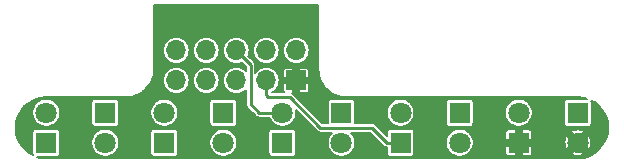
<source format=gbl>
G04 #@! TF.GenerationSoftware,KiCad,Pcbnew,(5.1.4)-1*
G04 #@! TF.CreationDate,2020-09-26T21:24:12-04:00*
G04 #@! TF.ProjectId,SOC Indicator Sub,534f4320-496e-4646-9963-61746f722053,rev?*
G04 #@! TF.SameCoordinates,Original*
G04 #@! TF.FileFunction,Copper,L2,Bot*
G04 #@! TF.FilePolarity,Positive*
%FSLAX46Y46*%
G04 Gerber Fmt 4.6, Leading zero omitted, Abs format (unit mm)*
G04 Created by KiCad (PCBNEW (5.1.4)-1) date 2020-09-26 21:24:12*
%MOMM*%
%LPD*%
G04 APERTURE LIST*
%ADD10C,1.800000*%
%ADD11R,1.800000X1.800000*%
%ADD12O,1.700000X1.700000*%
%ADD13R,1.700000X1.700000*%
%ADD14C,0.254000*%
%ADD15C,0.152400*%
G04 APERTURE END LIST*
D10*
X100000000Y-98730000D03*
D11*
X100000000Y-101270000D03*
D10*
X105000000Y-101270000D03*
D11*
X105000000Y-98730000D03*
D10*
X110000000Y-98730000D03*
D11*
X110000000Y-101270000D03*
D10*
X115000000Y-101270000D03*
D11*
X115000000Y-98730000D03*
D10*
X120000000Y-98730000D03*
D11*
X120000000Y-101270000D03*
D10*
X125000000Y-101270000D03*
D11*
X125000000Y-98730000D03*
D10*
X130000000Y-98730000D03*
D11*
X130000000Y-101270000D03*
D10*
X135000000Y-101270000D03*
D11*
X135000000Y-98730000D03*
D10*
X140000000Y-98730000D03*
D11*
X140000000Y-101270000D03*
D10*
X145000000Y-101270000D03*
D11*
X145000000Y-98730000D03*
D12*
X111000000Y-93460000D03*
X111000000Y-96000000D03*
X113540000Y-93460000D03*
X113540000Y-96000000D03*
X116080000Y-93460000D03*
X116080000Y-96000000D03*
X118620000Y-93460000D03*
X118620000Y-96000000D03*
X121160000Y-93460000D03*
D13*
X121160000Y-96000000D03*
D14*
X118620000Y-97202081D02*
X118620000Y-96000000D01*
X130000000Y-101270000D02*
X128846000Y-101270000D01*
X128846000Y-101270000D02*
X127576000Y-100000000D01*
X127576000Y-100000000D02*
X123200000Y-100000000D01*
X123200000Y-100000000D02*
X120600000Y-97400000D01*
X120600000Y-97400000D02*
X118817919Y-97400000D01*
X118817919Y-97400000D02*
X118620000Y-97202081D01*
X117300000Y-94680000D02*
X116080000Y-93460000D01*
X117300000Y-98000000D02*
X117300000Y-94680000D01*
X120000000Y-98730000D02*
X118030000Y-98730000D01*
X118030000Y-98730000D02*
X117300000Y-98000000D01*
D15*
G36*
X122945321Y-89572614D02*
G01*
X122960062Y-89577065D01*
X122973653Y-89584291D01*
X122985587Y-89594024D01*
X122995400Y-89605886D01*
X123002724Y-89619431D01*
X123007277Y-89634138D01*
X123010899Y-89668601D01*
X123010898Y-95020580D01*
X123012759Y-95039474D01*
X123012672Y-95051948D01*
X123013243Y-95057772D01*
X123054044Y-95445965D01*
X123061672Y-95483127D01*
X123068799Y-95520486D01*
X123070491Y-95526088D01*
X123185915Y-95898963D01*
X123200619Y-95933941D01*
X123214864Y-95969199D01*
X123217611Y-95974366D01*
X123403262Y-96317721D01*
X123424499Y-96349206D01*
X123445303Y-96380997D01*
X123449001Y-96385532D01*
X123697808Y-96686287D01*
X123724752Y-96713044D01*
X123751337Y-96740191D01*
X123755846Y-96743921D01*
X124058331Y-96990622D01*
X124089936Y-97011620D01*
X124121311Y-97033103D01*
X124126459Y-97035886D01*
X124471101Y-97219136D01*
X124506193Y-97233600D01*
X124541134Y-97248575D01*
X124546724Y-97250306D01*
X124920396Y-97363124D01*
X124957680Y-97370506D01*
X124994812Y-97378399D01*
X125000632Y-97379011D01*
X125389101Y-97417101D01*
X125389112Y-97417101D01*
X125409418Y-97419101D01*
X144979508Y-97419101D01*
X145500909Y-97470224D01*
X145762649Y-97549249D01*
X144100000Y-97549249D01*
X144045228Y-97554644D01*
X143992561Y-97570620D01*
X143944023Y-97596564D01*
X143901479Y-97631479D01*
X143866564Y-97674023D01*
X143840620Y-97722561D01*
X143824644Y-97775228D01*
X143819249Y-97830000D01*
X143819249Y-99630000D01*
X143824644Y-99684772D01*
X143840620Y-99737439D01*
X143866564Y-99785977D01*
X143901479Y-99828521D01*
X143944023Y-99863436D01*
X143992561Y-99889380D01*
X144045228Y-99905356D01*
X144100000Y-99910751D01*
X145900000Y-99910751D01*
X145954772Y-99905356D01*
X146007439Y-99889380D01*
X146055977Y-99863436D01*
X146098521Y-99828521D01*
X146133436Y-99785977D01*
X146159380Y-99737439D01*
X146175356Y-99684772D01*
X146180751Y-99630000D01*
X146180751Y-97830000D01*
X146175356Y-97775228D01*
X146159380Y-97722561D01*
X146149717Y-97704483D01*
X146427137Y-97851990D01*
X146817169Y-98170091D01*
X147137994Y-98557902D01*
X147377381Y-99000638D01*
X147526216Y-99481442D01*
X147578826Y-99981995D01*
X147533209Y-100483235D01*
X147391103Y-100966068D01*
X147157920Y-101412107D01*
X146842545Y-101804355D01*
X146456987Y-102127876D01*
X146015931Y-102370350D01*
X145536181Y-102522535D01*
X145017001Y-102580771D01*
X144998511Y-102580900D01*
X100020509Y-102580900D01*
X99499092Y-102529775D01*
X99237352Y-102450751D01*
X100900000Y-102450751D01*
X100954772Y-102445356D01*
X101007439Y-102429380D01*
X101055977Y-102403436D01*
X101098521Y-102368521D01*
X101133436Y-102325977D01*
X101159380Y-102277439D01*
X101175356Y-102224772D01*
X101180751Y-102170000D01*
X101180751Y-101153839D01*
X103820600Y-101153839D01*
X103820600Y-101386161D01*
X103865923Y-101614018D01*
X103954829Y-101828656D01*
X104083900Y-102021824D01*
X104248176Y-102186100D01*
X104441344Y-102315171D01*
X104655982Y-102404077D01*
X104883839Y-102449400D01*
X105116161Y-102449400D01*
X105344018Y-102404077D01*
X105558656Y-102315171D01*
X105751824Y-102186100D01*
X105916100Y-102021824D01*
X106045171Y-101828656D01*
X106134077Y-101614018D01*
X106179400Y-101386161D01*
X106179400Y-101153839D01*
X106134077Y-100925982D01*
X106045171Y-100711344D01*
X105916100Y-100518176D01*
X105767924Y-100370000D01*
X108819249Y-100370000D01*
X108819249Y-102170000D01*
X108824644Y-102224772D01*
X108840620Y-102277439D01*
X108866564Y-102325977D01*
X108901479Y-102368521D01*
X108944023Y-102403436D01*
X108992561Y-102429380D01*
X109045228Y-102445356D01*
X109100000Y-102450751D01*
X110900000Y-102450751D01*
X110954772Y-102445356D01*
X111007439Y-102429380D01*
X111055977Y-102403436D01*
X111098521Y-102368521D01*
X111133436Y-102325977D01*
X111159380Y-102277439D01*
X111175356Y-102224772D01*
X111180751Y-102170000D01*
X111180751Y-101153839D01*
X113820600Y-101153839D01*
X113820600Y-101386161D01*
X113865923Y-101614018D01*
X113954829Y-101828656D01*
X114083900Y-102021824D01*
X114248176Y-102186100D01*
X114441344Y-102315171D01*
X114655982Y-102404077D01*
X114883839Y-102449400D01*
X115116161Y-102449400D01*
X115344018Y-102404077D01*
X115558656Y-102315171D01*
X115751824Y-102186100D01*
X115916100Y-102021824D01*
X116045171Y-101828656D01*
X116134077Y-101614018D01*
X116179400Y-101386161D01*
X116179400Y-101153839D01*
X116134077Y-100925982D01*
X116045171Y-100711344D01*
X115916100Y-100518176D01*
X115767924Y-100370000D01*
X118819249Y-100370000D01*
X118819249Y-102170000D01*
X118824644Y-102224772D01*
X118840620Y-102277439D01*
X118866564Y-102325977D01*
X118901479Y-102368521D01*
X118944023Y-102403436D01*
X118992561Y-102429380D01*
X119045228Y-102445356D01*
X119100000Y-102450751D01*
X120900000Y-102450751D01*
X120954772Y-102445356D01*
X121007439Y-102429380D01*
X121055977Y-102403436D01*
X121098521Y-102368521D01*
X121133436Y-102325977D01*
X121159380Y-102277439D01*
X121175356Y-102224772D01*
X121180751Y-102170000D01*
X121180751Y-100370000D01*
X121175356Y-100315228D01*
X121159380Y-100262561D01*
X121133436Y-100214023D01*
X121098521Y-100171479D01*
X121055977Y-100136564D01*
X121007439Y-100110620D01*
X120954772Y-100094644D01*
X120900000Y-100089249D01*
X119100000Y-100089249D01*
X119045228Y-100094644D01*
X118992561Y-100110620D01*
X118944023Y-100136564D01*
X118901479Y-100171479D01*
X118866564Y-100214023D01*
X118840620Y-100262561D01*
X118824644Y-100315228D01*
X118819249Y-100370000D01*
X115767924Y-100370000D01*
X115751824Y-100353900D01*
X115558656Y-100224829D01*
X115344018Y-100135923D01*
X115116161Y-100090600D01*
X114883839Y-100090600D01*
X114655982Y-100135923D01*
X114441344Y-100224829D01*
X114248176Y-100353900D01*
X114083900Y-100518176D01*
X113954829Y-100711344D01*
X113865923Y-100925982D01*
X113820600Y-101153839D01*
X111180751Y-101153839D01*
X111180751Y-100370000D01*
X111175356Y-100315228D01*
X111159380Y-100262561D01*
X111133436Y-100214023D01*
X111098521Y-100171479D01*
X111055977Y-100136564D01*
X111007439Y-100110620D01*
X110954772Y-100094644D01*
X110900000Y-100089249D01*
X109100000Y-100089249D01*
X109045228Y-100094644D01*
X108992561Y-100110620D01*
X108944023Y-100136564D01*
X108901479Y-100171479D01*
X108866564Y-100214023D01*
X108840620Y-100262561D01*
X108824644Y-100315228D01*
X108819249Y-100370000D01*
X105767924Y-100370000D01*
X105751824Y-100353900D01*
X105558656Y-100224829D01*
X105344018Y-100135923D01*
X105116161Y-100090600D01*
X104883839Y-100090600D01*
X104655982Y-100135923D01*
X104441344Y-100224829D01*
X104248176Y-100353900D01*
X104083900Y-100518176D01*
X103954829Y-100711344D01*
X103865923Y-100925982D01*
X103820600Y-101153839D01*
X101180751Y-101153839D01*
X101180751Y-100370000D01*
X101175356Y-100315228D01*
X101159380Y-100262561D01*
X101133436Y-100214023D01*
X101098521Y-100171479D01*
X101055977Y-100136564D01*
X101007439Y-100110620D01*
X100954772Y-100094644D01*
X100900000Y-100089249D01*
X99100000Y-100089249D01*
X99045228Y-100094644D01*
X98992561Y-100110620D01*
X98944023Y-100136564D01*
X98901479Y-100171479D01*
X98866564Y-100214023D01*
X98840620Y-100262561D01*
X98824644Y-100315228D01*
X98819249Y-100370000D01*
X98819249Y-102170000D01*
X98824644Y-102224772D01*
X98840620Y-102277439D01*
X98850283Y-102295518D01*
X98572864Y-102148011D01*
X98182828Y-101829906D01*
X97862005Y-101442097D01*
X97622617Y-100999359D01*
X97473783Y-100518558D01*
X97421173Y-100018005D01*
X97466790Y-99516763D01*
X97608896Y-99033930D01*
X97828514Y-98613839D01*
X98820600Y-98613839D01*
X98820600Y-98846161D01*
X98865923Y-99074018D01*
X98954829Y-99288656D01*
X99083900Y-99481824D01*
X99248176Y-99646100D01*
X99441344Y-99775171D01*
X99655982Y-99864077D01*
X99883839Y-99909400D01*
X100116161Y-99909400D01*
X100344018Y-99864077D01*
X100558656Y-99775171D01*
X100751824Y-99646100D01*
X100916100Y-99481824D01*
X101045171Y-99288656D01*
X101134077Y-99074018D01*
X101179400Y-98846161D01*
X101179400Y-98613839D01*
X101134077Y-98385982D01*
X101045171Y-98171344D01*
X100916100Y-97978176D01*
X100767924Y-97830000D01*
X103819249Y-97830000D01*
X103819249Y-99630000D01*
X103824644Y-99684772D01*
X103840620Y-99737439D01*
X103866564Y-99785977D01*
X103901479Y-99828521D01*
X103944023Y-99863436D01*
X103992561Y-99889380D01*
X104045228Y-99905356D01*
X104100000Y-99910751D01*
X105900000Y-99910751D01*
X105954772Y-99905356D01*
X106007439Y-99889380D01*
X106055977Y-99863436D01*
X106098521Y-99828521D01*
X106133436Y-99785977D01*
X106159380Y-99737439D01*
X106175356Y-99684772D01*
X106180751Y-99630000D01*
X106180751Y-98613839D01*
X108820600Y-98613839D01*
X108820600Y-98846161D01*
X108865923Y-99074018D01*
X108954829Y-99288656D01*
X109083900Y-99481824D01*
X109248176Y-99646100D01*
X109441344Y-99775171D01*
X109655982Y-99864077D01*
X109883839Y-99909400D01*
X110116161Y-99909400D01*
X110344018Y-99864077D01*
X110558656Y-99775171D01*
X110751824Y-99646100D01*
X110916100Y-99481824D01*
X111045171Y-99288656D01*
X111134077Y-99074018D01*
X111179400Y-98846161D01*
X111179400Y-98613839D01*
X111134077Y-98385982D01*
X111045171Y-98171344D01*
X110916100Y-97978176D01*
X110767924Y-97830000D01*
X113819249Y-97830000D01*
X113819249Y-99630000D01*
X113824644Y-99684772D01*
X113840620Y-99737439D01*
X113866564Y-99785977D01*
X113901479Y-99828521D01*
X113944023Y-99863436D01*
X113992561Y-99889380D01*
X114045228Y-99905356D01*
X114100000Y-99910751D01*
X115900000Y-99910751D01*
X115954772Y-99905356D01*
X116007439Y-99889380D01*
X116055977Y-99863436D01*
X116098521Y-99828521D01*
X116133436Y-99785977D01*
X116159380Y-99737439D01*
X116175356Y-99684772D01*
X116180751Y-99630000D01*
X116180751Y-97830000D01*
X116175356Y-97775228D01*
X116159380Y-97722561D01*
X116133436Y-97674023D01*
X116098521Y-97631479D01*
X116055977Y-97596564D01*
X116007439Y-97570620D01*
X115954772Y-97554644D01*
X115900000Y-97549249D01*
X114100000Y-97549249D01*
X114045228Y-97554644D01*
X113992561Y-97570620D01*
X113944023Y-97596564D01*
X113901479Y-97631479D01*
X113866564Y-97674023D01*
X113840620Y-97722561D01*
X113824644Y-97775228D01*
X113819249Y-97830000D01*
X110767924Y-97830000D01*
X110751824Y-97813900D01*
X110558656Y-97684829D01*
X110344018Y-97595923D01*
X110116161Y-97550600D01*
X109883839Y-97550600D01*
X109655982Y-97595923D01*
X109441344Y-97684829D01*
X109248176Y-97813900D01*
X109083900Y-97978176D01*
X108954829Y-98171344D01*
X108865923Y-98385982D01*
X108820600Y-98613839D01*
X106180751Y-98613839D01*
X106180751Y-97830000D01*
X106175356Y-97775228D01*
X106159380Y-97722561D01*
X106133436Y-97674023D01*
X106098521Y-97631479D01*
X106055977Y-97596564D01*
X106007439Y-97570620D01*
X105954772Y-97554644D01*
X105900000Y-97549249D01*
X104100000Y-97549249D01*
X104045228Y-97554644D01*
X103992561Y-97570620D01*
X103944023Y-97596564D01*
X103901479Y-97631479D01*
X103866564Y-97674023D01*
X103840620Y-97722561D01*
X103824644Y-97775228D01*
X103819249Y-97830000D01*
X100767924Y-97830000D01*
X100751824Y-97813900D01*
X100558656Y-97684829D01*
X100344018Y-97595923D01*
X100116161Y-97550600D01*
X99883839Y-97550600D01*
X99655982Y-97595923D01*
X99441344Y-97684829D01*
X99248176Y-97813900D01*
X99083900Y-97978176D01*
X98954829Y-98171344D01*
X98865923Y-98385982D01*
X98820600Y-98613839D01*
X97828514Y-98613839D01*
X97842077Y-98587896D01*
X98157454Y-98195645D01*
X98543011Y-97872125D01*
X98984068Y-97629651D01*
X99463818Y-97477465D01*
X99982997Y-97419230D01*
X100001487Y-97419101D01*
X106750579Y-97419101D01*
X106769473Y-97417240D01*
X106781946Y-97417327D01*
X106787770Y-97416756D01*
X107175963Y-97375955D01*
X107213125Y-97368327D01*
X107250484Y-97361200D01*
X107256084Y-97359509D01*
X107256090Y-97359507D01*
X107628961Y-97244084D01*
X107663939Y-97229380D01*
X107699197Y-97215135D01*
X107704364Y-97212388D01*
X108047719Y-97026737D01*
X108079204Y-97005500D01*
X108110995Y-96984696D01*
X108115530Y-96980998D01*
X108416285Y-96732191D01*
X108443042Y-96705247D01*
X108470189Y-96678662D01*
X108473919Y-96674153D01*
X108720620Y-96371668D01*
X108741618Y-96340063D01*
X108763101Y-96308688D01*
X108765884Y-96303540D01*
X108927279Y-96000000D01*
X109865136Y-96000000D01*
X109886942Y-96221401D01*
X109951522Y-96434294D01*
X110056395Y-96630497D01*
X110197530Y-96802470D01*
X110369503Y-96943605D01*
X110565706Y-97048478D01*
X110778599Y-97113058D01*
X110944523Y-97129400D01*
X111055477Y-97129400D01*
X111221401Y-97113058D01*
X111434294Y-97048478D01*
X111630497Y-96943605D01*
X111802470Y-96802470D01*
X111943605Y-96630497D01*
X112048478Y-96434294D01*
X112113058Y-96221401D01*
X112134864Y-96000000D01*
X112405136Y-96000000D01*
X112426942Y-96221401D01*
X112491522Y-96434294D01*
X112596395Y-96630497D01*
X112737530Y-96802470D01*
X112909503Y-96943605D01*
X113105706Y-97048478D01*
X113318599Y-97113058D01*
X113484523Y-97129400D01*
X113595477Y-97129400D01*
X113761401Y-97113058D01*
X113974294Y-97048478D01*
X114170497Y-96943605D01*
X114342470Y-96802470D01*
X114483605Y-96630497D01*
X114588478Y-96434294D01*
X114653058Y-96221401D01*
X114674864Y-96000000D01*
X114653058Y-95778599D01*
X114588478Y-95565706D01*
X114483605Y-95369503D01*
X114342470Y-95197530D01*
X114170497Y-95056395D01*
X113974294Y-94951522D01*
X113761401Y-94886942D01*
X113595477Y-94870600D01*
X113484523Y-94870600D01*
X113318599Y-94886942D01*
X113105706Y-94951522D01*
X112909503Y-95056395D01*
X112737530Y-95197530D01*
X112596395Y-95369503D01*
X112491522Y-95565706D01*
X112426942Y-95778599D01*
X112405136Y-96000000D01*
X112134864Y-96000000D01*
X112113058Y-95778599D01*
X112048478Y-95565706D01*
X111943605Y-95369503D01*
X111802470Y-95197530D01*
X111630497Y-95056395D01*
X111434294Y-94951522D01*
X111221401Y-94886942D01*
X111055477Y-94870600D01*
X110944523Y-94870600D01*
X110778599Y-94886942D01*
X110565706Y-94951522D01*
X110369503Y-95056395D01*
X110197530Y-95197530D01*
X110056395Y-95369503D01*
X109951522Y-95565706D01*
X109886942Y-95778599D01*
X109865136Y-96000000D01*
X108927279Y-96000000D01*
X108949134Y-95958898D01*
X108963598Y-95923806D01*
X108978573Y-95888865D01*
X108980304Y-95883275D01*
X109093122Y-95509603D01*
X109100504Y-95472319D01*
X109108397Y-95435187D01*
X109109009Y-95429367D01*
X109147099Y-95040898D01*
X109147099Y-95040887D01*
X109149099Y-95020581D01*
X109149099Y-93460000D01*
X109865136Y-93460000D01*
X109886942Y-93681401D01*
X109951522Y-93894294D01*
X110056395Y-94090497D01*
X110197530Y-94262470D01*
X110369503Y-94403605D01*
X110565706Y-94508478D01*
X110778599Y-94573058D01*
X110944523Y-94589400D01*
X111055477Y-94589400D01*
X111221401Y-94573058D01*
X111434294Y-94508478D01*
X111630497Y-94403605D01*
X111802470Y-94262470D01*
X111943605Y-94090497D01*
X112048478Y-93894294D01*
X112113058Y-93681401D01*
X112134864Y-93460000D01*
X112405136Y-93460000D01*
X112426942Y-93681401D01*
X112491522Y-93894294D01*
X112596395Y-94090497D01*
X112737530Y-94262470D01*
X112909503Y-94403605D01*
X113105706Y-94508478D01*
X113318599Y-94573058D01*
X113484523Y-94589400D01*
X113595477Y-94589400D01*
X113761401Y-94573058D01*
X113974294Y-94508478D01*
X114170497Y-94403605D01*
X114342470Y-94262470D01*
X114483605Y-94090497D01*
X114588478Y-93894294D01*
X114653058Y-93681401D01*
X114674864Y-93460000D01*
X114945136Y-93460000D01*
X114966942Y-93681401D01*
X115031522Y-93894294D01*
X115136395Y-94090497D01*
X115277530Y-94262470D01*
X115449503Y-94403605D01*
X115645706Y-94508478D01*
X115858599Y-94573058D01*
X116024523Y-94589400D01*
X116135477Y-94589400D01*
X116301401Y-94573058D01*
X116514294Y-94508478D01*
X116540001Y-94494737D01*
X116893601Y-94848338D01*
X116893601Y-95211093D01*
X116882470Y-95197530D01*
X116710497Y-95056395D01*
X116514294Y-94951522D01*
X116301401Y-94886942D01*
X116135477Y-94870600D01*
X116024523Y-94870600D01*
X115858599Y-94886942D01*
X115645706Y-94951522D01*
X115449503Y-95056395D01*
X115277530Y-95197530D01*
X115136395Y-95369503D01*
X115031522Y-95565706D01*
X114966942Y-95778599D01*
X114945136Y-96000000D01*
X114966942Y-96221401D01*
X115031522Y-96434294D01*
X115136395Y-96630497D01*
X115277530Y-96802470D01*
X115449503Y-96943605D01*
X115645706Y-97048478D01*
X115858599Y-97113058D01*
X116024523Y-97129400D01*
X116135477Y-97129400D01*
X116301401Y-97113058D01*
X116514294Y-97048478D01*
X116710497Y-96943605D01*
X116882470Y-96802470D01*
X116893600Y-96788908D01*
X116893600Y-97980047D01*
X116891635Y-98000000D01*
X116893600Y-98019953D01*
X116893600Y-98019959D01*
X116899481Y-98079667D01*
X116922719Y-98156274D01*
X116960456Y-98226875D01*
X116991848Y-98265127D01*
X116996714Y-98271055D01*
X117011242Y-98288758D01*
X117026746Y-98301482D01*
X117728522Y-99003259D01*
X117741242Y-99018758D01*
X117756740Y-99031477D01*
X117756745Y-99031482D01*
X117777746Y-99048717D01*
X117803124Y-99069544D01*
X117868704Y-99104597D01*
X117873725Y-99107281D01*
X117950331Y-99130519D01*
X117957604Y-99131235D01*
X118010040Y-99136400D01*
X118010047Y-99136400D01*
X118030000Y-99138365D01*
X118049953Y-99136400D01*
X118891762Y-99136400D01*
X118954829Y-99288656D01*
X119083900Y-99481824D01*
X119248176Y-99646100D01*
X119441344Y-99775171D01*
X119655982Y-99864077D01*
X119883839Y-99909400D01*
X120116161Y-99909400D01*
X120344018Y-99864077D01*
X120558656Y-99775171D01*
X120751824Y-99646100D01*
X120916100Y-99481824D01*
X121045171Y-99288656D01*
X121134077Y-99074018D01*
X121179400Y-98846161D01*
X121179400Y-98613839D01*
X121164576Y-98539312D01*
X122898518Y-100273254D01*
X122911242Y-100288758D01*
X122973124Y-100339544D01*
X123043725Y-100377281D01*
X123097093Y-100393470D01*
X123120331Y-100400519D01*
X123128335Y-100401307D01*
X123180040Y-100406400D01*
X123180046Y-100406400D01*
X123199999Y-100408365D01*
X123219952Y-100406400D01*
X124195676Y-100406400D01*
X124083900Y-100518176D01*
X123954829Y-100711344D01*
X123865923Y-100925982D01*
X123820600Y-101153839D01*
X123820600Y-101386161D01*
X123865923Y-101614018D01*
X123954829Y-101828656D01*
X124083900Y-102021824D01*
X124248176Y-102186100D01*
X124441344Y-102315171D01*
X124655982Y-102404077D01*
X124883839Y-102449400D01*
X125116161Y-102449400D01*
X125344018Y-102404077D01*
X125558656Y-102315171D01*
X125751824Y-102186100D01*
X125916100Y-102021824D01*
X126045171Y-101828656D01*
X126134077Y-101614018D01*
X126179400Y-101386161D01*
X126179400Y-101153839D01*
X126134077Y-100925982D01*
X126045171Y-100711344D01*
X125916100Y-100518176D01*
X125804324Y-100406400D01*
X127407664Y-100406400D01*
X128544518Y-101543254D01*
X128557242Y-101558758D01*
X128619124Y-101609544D01*
X128689725Y-101647281D01*
X128748502Y-101665110D01*
X128766331Y-101670519D01*
X128774335Y-101671307D01*
X128819249Y-101675731D01*
X128819249Y-102170000D01*
X128824644Y-102224772D01*
X128840620Y-102277439D01*
X128866564Y-102325977D01*
X128901479Y-102368521D01*
X128944023Y-102403436D01*
X128992561Y-102429380D01*
X129045228Y-102445356D01*
X129100000Y-102450751D01*
X130900000Y-102450751D01*
X130954772Y-102445356D01*
X131007439Y-102429380D01*
X131055977Y-102403436D01*
X131098521Y-102368521D01*
X131133436Y-102325977D01*
X131159380Y-102277439D01*
X131175356Y-102224772D01*
X131180751Y-102170000D01*
X131180751Y-101153839D01*
X133820600Y-101153839D01*
X133820600Y-101386161D01*
X133865923Y-101614018D01*
X133954829Y-101828656D01*
X134083900Y-102021824D01*
X134248176Y-102186100D01*
X134441344Y-102315171D01*
X134655982Y-102404077D01*
X134883839Y-102449400D01*
X135116161Y-102449400D01*
X135344018Y-102404077D01*
X135558656Y-102315171D01*
X135751824Y-102186100D01*
X135767924Y-102170000D01*
X138870294Y-102170000D01*
X138874708Y-102214813D01*
X138887779Y-102257905D01*
X138909006Y-102297618D01*
X138937573Y-102332427D01*
X138972382Y-102360994D01*
X139012095Y-102382221D01*
X139055187Y-102395292D01*
X139100000Y-102399706D01*
X139701550Y-102398600D01*
X139758700Y-102341450D01*
X139758700Y-101511300D01*
X140241300Y-101511300D01*
X140241300Y-102341450D01*
X140298450Y-102398600D01*
X140900000Y-102399706D01*
X140944813Y-102395292D01*
X140987905Y-102382221D01*
X141027618Y-102360994D01*
X141062427Y-102332427D01*
X141090994Y-102297618D01*
X141112221Y-102257905D01*
X141125292Y-102214813D01*
X141128449Y-102182754D01*
X144428496Y-102182754D01*
X144543896Y-102308298D01*
X144755222Y-102377329D01*
X144975953Y-102403805D01*
X145197609Y-102386711D01*
X145411672Y-102326702D01*
X145456104Y-102308298D01*
X145571504Y-102182754D01*
X145000000Y-101611250D01*
X144428496Y-102182754D01*
X141128449Y-102182754D01*
X141129706Y-102170000D01*
X141128600Y-101568450D01*
X141071450Y-101511300D01*
X140241300Y-101511300D01*
X139758700Y-101511300D01*
X138928550Y-101511300D01*
X138871400Y-101568450D01*
X138870294Y-102170000D01*
X135767924Y-102170000D01*
X135916100Y-102021824D01*
X136045171Y-101828656D01*
X136134077Y-101614018D01*
X136179400Y-101386161D01*
X136179400Y-101245953D01*
X143866195Y-101245953D01*
X143883289Y-101467609D01*
X143943298Y-101681672D01*
X143961702Y-101726104D01*
X144087246Y-101841504D01*
X144658750Y-101270000D01*
X145341250Y-101270000D01*
X145912754Y-101841504D01*
X146038298Y-101726104D01*
X146107329Y-101514778D01*
X146133805Y-101294047D01*
X146116711Y-101072391D01*
X146056702Y-100858328D01*
X146038298Y-100813896D01*
X145912754Y-100698496D01*
X145341250Y-101270000D01*
X144658750Y-101270000D01*
X144087246Y-100698496D01*
X143961702Y-100813896D01*
X143892671Y-101025222D01*
X143866195Y-101245953D01*
X136179400Y-101245953D01*
X136179400Y-101153839D01*
X136134077Y-100925982D01*
X136045171Y-100711344D01*
X135916100Y-100518176D01*
X135767924Y-100370000D01*
X138870294Y-100370000D01*
X138871400Y-100971550D01*
X138928550Y-101028700D01*
X139758700Y-101028700D01*
X139758700Y-100198550D01*
X140241300Y-100198550D01*
X140241300Y-101028700D01*
X141071450Y-101028700D01*
X141128600Y-100971550D01*
X141129706Y-100370000D01*
X141128450Y-100357246D01*
X144428496Y-100357246D01*
X145000000Y-100928750D01*
X145571504Y-100357246D01*
X145456104Y-100231702D01*
X145244778Y-100162671D01*
X145024047Y-100136195D01*
X144802391Y-100153289D01*
X144588328Y-100213298D01*
X144543896Y-100231702D01*
X144428496Y-100357246D01*
X141128450Y-100357246D01*
X141125292Y-100325187D01*
X141112221Y-100282095D01*
X141090994Y-100242382D01*
X141062427Y-100207573D01*
X141027618Y-100179006D01*
X140987905Y-100157779D01*
X140944813Y-100144708D01*
X140900000Y-100140294D01*
X140298450Y-100141400D01*
X140241300Y-100198550D01*
X139758700Y-100198550D01*
X139701550Y-100141400D01*
X139100000Y-100140294D01*
X139055187Y-100144708D01*
X139012095Y-100157779D01*
X138972382Y-100179006D01*
X138937573Y-100207573D01*
X138909006Y-100242382D01*
X138887779Y-100282095D01*
X138874708Y-100325187D01*
X138870294Y-100370000D01*
X135767924Y-100370000D01*
X135751824Y-100353900D01*
X135558656Y-100224829D01*
X135344018Y-100135923D01*
X135116161Y-100090600D01*
X134883839Y-100090600D01*
X134655982Y-100135923D01*
X134441344Y-100224829D01*
X134248176Y-100353900D01*
X134083900Y-100518176D01*
X133954829Y-100711344D01*
X133865923Y-100925982D01*
X133820600Y-101153839D01*
X131180751Y-101153839D01*
X131180751Y-100370000D01*
X131175356Y-100315228D01*
X131159380Y-100262561D01*
X131133436Y-100214023D01*
X131098521Y-100171479D01*
X131055977Y-100136564D01*
X131007439Y-100110620D01*
X130954772Y-100094644D01*
X130900000Y-100089249D01*
X129100000Y-100089249D01*
X129045228Y-100094644D01*
X128992561Y-100110620D01*
X128944023Y-100136564D01*
X128901479Y-100171479D01*
X128866564Y-100214023D01*
X128840620Y-100262561D01*
X128824644Y-100315228D01*
X128819249Y-100370000D01*
X128819249Y-100668513D01*
X127877481Y-99726745D01*
X127864758Y-99711242D01*
X127802876Y-99660456D01*
X127732275Y-99622719D01*
X127655668Y-99599481D01*
X127595960Y-99593600D01*
X127595953Y-99593600D01*
X127576000Y-99591635D01*
X127556047Y-99593600D01*
X126180751Y-99593600D01*
X126180751Y-98613839D01*
X128820600Y-98613839D01*
X128820600Y-98846161D01*
X128865923Y-99074018D01*
X128954829Y-99288656D01*
X129083900Y-99481824D01*
X129248176Y-99646100D01*
X129441344Y-99775171D01*
X129655982Y-99864077D01*
X129883839Y-99909400D01*
X130116161Y-99909400D01*
X130344018Y-99864077D01*
X130558656Y-99775171D01*
X130751824Y-99646100D01*
X130916100Y-99481824D01*
X131045171Y-99288656D01*
X131134077Y-99074018D01*
X131179400Y-98846161D01*
X131179400Y-98613839D01*
X131134077Y-98385982D01*
X131045171Y-98171344D01*
X130916100Y-97978176D01*
X130767924Y-97830000D01*
X133819249Y-97830000D01*
X133819249Y-99630000D01*
X133824644Y-99684772D01*
X133840620Y-99737439D01*
X133866564Y-99785977D01*
X133901479Y-99828521D01*
X133944023Y-99863436D01*
X133992561Y-99889380D01*
X134045228Y-99905356D01*
X134100000Y-99910751D01*
X135900000Y-99910751D01*
X135954772Y-99905356D01*
X136007439Y-99889380D01*
X136055977Y-99863436D01*
X136098521Y-99828521D01*
X136133436Y-99785977D01*
X136159380Y-99737439D01*
X136175356Y-99684772D01*
X136180751Y-99630000D01*
X136180751Y-98613839D01*
X138820600Y-98613839D01*
X138820600Y-98846161D01*
X138865923Y-99074018D01*
X138954829Y-99288656D01*
X139083900Y-99481824D01*
X139248176Y-99646100D01*
X139441344Y-99775171D01*
X139655982Y-99864077D01*
X139883839Y-99909400D01*
X140116161Y-99909400D01*
X140344018Y-99864077D01*
X140558656Y-99775171D01*
X140751824Y-99646100D01*
X140916100Y-99481824D01*
X141045171Y-99288656D01*
X141134077Y-99074018D01*
X141179400Y-98846161D01*
X141179400Y-98613839D01*
X141134077Y-98385982D01*
X141045171Y-98171344D01*
X140916100Y-97978176D01*
X140751824Y-97813900D01*
X140558656Y-97684829D01*
X140344018Y-97595923D01*
X140116161Y-97550600D01*
X139883839Y-97550600D01*
X139655982Y-97595923D01*
X139441344Y-97684829D01*
X139248176Y-97813900D01*
X139083900Y-97978176D01*
X138954829Y-98171344D01*
X138865923Y-98385982D01*
X138820600Y-98613839D01*
X136180751Y-98613839D01*
X136180751Y-97830000D01*
X136175356Y-97775228D01*
X136159380Y-97722561D01*
X136133436Y-97674023D01*
X136098521Y-97631479D01*
X136055977Y-97596564D01*
X136007439Y-97570620D01*
X135954772Y-97554644D01*
X135900000Y-97549249D01*
X134100000Y-97549249D01*
X134045228Y-97554644D01*
X133992561Y-97570620D01*
X133944023Y-97596564D01*
X133901479Y-97631479D01*
X133866564Y-97674023D01*
X133840620Y-97722561D01*
X133824644Y-97775228D01*
X133819249Y-97830000D01*
X130767924Y-97830000D01*
X130751824Y-97813900D01*
X130558656Y-97684829D01*
X130344018Y-97595923D01*
X130116161Y-97550600D01*
X129883839Y-97550600D01*
X129655982Y-97595923D01*
X129441344Y-97684829D01*
X129248176Y-97813900D01*
X129083900Y-97978176D01*
X128954829Y-98171344D01*
X128865923Y-98385982D01*
X128820600Y-98613839D01*
X126180751Y-98613839D01*
X126180751Y-97830000D01*
X126175356Y-97775228D01*
X126159380Y-97722561D01*
X126133436Y-97674023D01*
X126098521Y-97631479D01*
X126055977Y-97596564D01*
X126007439Y-97570620D01*
X125954772Y-97554644D01*
X125900000Y-97549249D01*
X124100000Y-97549249D01*
X124045228Y-97554644D01*
X123992561Y-97570620D01*
X123944023Y-97596564D01*
X123901479Y-97631479D01*
X123866564Y-97674023D01*
X123840620Y-97722561D01*
X123824644Y-97775228D01*
X123819249Y-97830000D01*
X123819249Y-99593600D01*
X123368336Y-99593600D01*
X120901482Y-97126746D01*
X120888758Y-97111242D01*
X120849015Y-97078625D01*
X120861550Y-97078600D01*
X120918700Y-97021450D01*
X120918700Y-96241300D01*
X121401300Y-96241300D01*
X121401300Y-97021450D01*
X121458450Y-97078600D01*
X122010000Y-97079706D01*
X122054813Y-97075292D01*
X122097905Y-97062221D01*
X122137618Y-97040994D01*
X122172427Y-97012427D01*
X122200994Y-96977618D01*
X122222221Y-96937905D01*
X122235292Y-96894813D01*
X122239706Y-96850000D01*
X122238600Y-96298450D01*
X122181450Y-96241300D01*
X121401300Y-96241300D01*
X120918700Y-96241300D01*
X120138550Y-96241300D01*
X120081400Y-96298450D01*
X120080294Y-96850000D01*
X120084708Y-96894813D01*
X120097779Y-96937905D01*
X120119006Y-96977618D01*
X120132122Y-96993600D01*
X119156963Y-96993600D01*
X119250497Y-96943605D01*
X119422470Y-96802470D01*
X119563605Y-96630497D01*
X119668478Y-96434294D01*
X119733058Y-96221401D01*
X119754864Y-96000000D01*
X119733058Y-95778599D01*
X119668478Y-95565706D01*
X119563605Y-95369503D01*
X119422470Y-95197530D01*
X119364555Y-95150000D01*
X120080294Y-95150000D01*
X120081400Y-95701550D01*
X120138550Y-95758700D01*
X120918700Y-95758700D01*
X120918700Y-94978550D01*
X121401300Y-94978550D01*
X121401300Y-95758700D01*
X122181450Y-95758700D01*
X122238600Y-95701550D01*
X122239706Y-95150000D01*
X122235292Y-95105187D01*
X122222221Y-95062095D01*
X122200994Y-95022382D01*
X122172427Y-94987573D01*
X122137618Y-94959006D01*
X122097905Y-94937779D01*
X122054813Y-94924708D01*
X122010000Y-94920294D01*
X121458450Y-94921400D01*
X121401300Y-94978550D01*
X120918700Y-94978550D01*
X120861550Y-94921400D01*
X120310000Y-94920294D01*
X120265187Y-94924708D01*
X120222095Y-94937779D01*
X120182382Y-94959006D01*
X120147573Y-94987573D01*
X120119006Y-95022382D01*
X120097779Y-95062095D01*
X120084708Y-95105187D01*
X120080294Y-95150000D01*
X119364555Y-95150000D01*
X119250497Y-95056395D01*
X119054294Y-94951522D01*
X118841401Y-94886942D01*
X118675477Y-94870600D01*
X118564523Y-94870600D01*
X118398599Y-94886942D01*
X118185706Y-94951522D01*
X117989503Y-95056395D01*
X117817530Y-95197530D01*
X117706400Y-95332942D01*
X117706400Y-94699953D01*
X117708365Y-94680000D01*
X117706400Y-94660047D01*
X117706400Y-94660040D01*
X117700519Y-94600332D01*
X117677281Y-94523725D01*
X117639544Y-94453124D01*
X117618717Y-94427746D01*
X117601482Y-94406745D01*
X117601477Y-94406740D01*
X117588758Y-94391242D01*
X117573259Y-94378523D01*
X117114737Y-93920001D01*
X117128478Y-93894294D01*
X117193058Y-93681401D01*
X117214864Y-93460000D01*
X117485136Y-93460000D01*
X117506942Y-93681401D01*
X117571522Y-93894294D01*
X117676395Y-94090497D01*
X117817530Y-94262470D01*
X117989503Y-94403605D01*
X118185706Y-94508478D01*
X118398599Y-94573058D01*
X118564523Y-94589400D01*
X118675477Y-94589400D01*
X118841401Y-94573058D01*
X119054294Y-94508478D01*
X119250497Y-94403605D01*
X119422470Y-94262470D01*
X119563605Y-94090497D01*
X119668478Y-93894294D01*
X119733058Y-93681401D01*
X119754864Y-93460000D01*
X120025136Y-93460000D01*
X120046942Y-93681401D01*
X120111522Y-93894294D01*
X120216395Y-94090497D01*
X120357530Y-94262470D01*
X120529503Y-94403605D01*
X120725706Y-94508478D01*
X120938599Y-94573058D01*
X121104523Y-94589400D01*
X121215477Y-94589400D01*
X121381401Y-94573058D01*
X121594294Y-94508478D01*
X121790497Y-94403605D01*
X121962470Y-94262470D01*
X122103605Y-94090497D01*
X122208478Y-93894294D01*
X122273058Y-93681401D01*
X122294864Y-93460000D01*
X122273058Y-93238599D01*
X122208478Y-93025706D01*
X122103605Y-92829503D01*
X121962470Y-92657530D01*
X121790497Y-92516395D01*
X121594294Y-92411522D01*
X121381401Y-92346942D01*
X121215477Y-92330600D01*
X121104523Y-92330600D01*
X120938599Y-92346942D01*
X120725706Y-92411522D01*
X120529503Y-92516395D01*
X120357530Y-92657530D01*
X120216395Y-92829503D01*
X120111522Y-93025706D01*
X120046942Y-93238599D01*
X120025136Y-93460000D01*
X119754864Y-93460000D01*
X119733058Y-93238599D01*
X119668478Y-93025706D01*
X119563605Y-92829503D01*
X119422470Y-92657530D01*
X119250497Y-92516395D01*
X119054294Y-92411522D01*
X118841401Y-92346942D01*
X118675477Y-92330600D01*
X118564523Y-92330600D01*
X118398599Y-92346942D01*
X118185706Y-92411522D01*
X117989503Y-92516395D01*
X117817530Y-92657530D01*
X117676395Y-92829503D01*
X117571522Y-93025706D01*
X117506942Y-93238599D01*
X117485136Y-93460000D01*
X117214864Y-93460000D01*
X117193058Y-93238599D01*
X117128478Y-93025706D01*
X117023605Y-92829503D01*
X116882470Y-92657530D01*
X116710497Y-92516395D01*
X116514294Y-92411522D01*
X116301401Y-92346942D01*
X116135477Y-92330600D01*
X116024523Y-92330600D01*
X115858599Y-92346942D01*
X115645706Y-92411522D01*
X115449503Y-92516395D01*
X115277530Y-92657530D01*
X115136395Y-92829503D01*
X115031522Y-93025706D01*
X114966942Y-93238599D01*
X114945136Y-93460000D01*
X114674864Y-93460000D01*
X114653058Y-93238599D01*
X114588478Y-93025706D01*
X114483605Y-92829503D01*
X114342470Y-92657530D01*
X114170497Y-92516395D01*
X113974294Y-92411522D01*
X113761401Y-92346942D01*
X113595477Y-92330600D01*
X113484523Y-92330600D01*
X113318599Y-92346942D01*
X113105706Y-92411522D01*
X112909503Y-92516395D01*
X112737530Y-92657530D01*
X112596395Y-92829503D01*
X112491522Y-93025706D01*
X112426942Y-93238599D01*
X112405136Y-93460000D01*
X112134864Y-93460000D01*
X112113058Y-93238599D01*
X112048478Y-93025706D01*
X111943605Y-92829503D01*
X111802470Y-92657530D01*
X111630497Y-92516395D01*
X111434294Y-92411522D01*
X111221401Y-92346942D01*
X111055477Y-92330600D01*
X110944523Y-92330600D01*
X110778599Y-92346942D01*
X110565706Y-92411522D01*
X110369503Y-92516395D01*
X110197530Y-92657530D01*
X110056395Y-92829503D01*
X109951522Y-93025706D01*
X109886942Y-93238599D01*
X109865136Y-93460000D01*
X109149099Y-93460000D01*
X109149099Y-89670498D01*
X109152611Y-89634678D01*
X109157062Y-89619936D01*
X109164288Y-89606345D01*
X109174019Y-89594415D01*
X109185886Y-89584597D01*
X109199431Y-89577273D01*
X109214135Y-89572722D01*
X109248585Y-89569101D01*
X122909491Y-89569101D01*
X122945321Y-89572614D01*
X122945321Y-89572614D01*
G37*
X122945321Y-89572614D02*
X122960062Y-89577065D01*
X122973653Y-89584291D01*
X122985587Y-89594024D01*
X122995400Y-89605886D01*
X123002724Y-89619431D01*
X123007277Y-89634138D01*
X123010899Y-89668601D01*
X123010898Y-95020580D01*
X123012759Y-95039474D01*
X123012672Y-95051948D01*
X123013243Y-95057772D01*
X123054044Y-95445965D01*
X123061672Y-95483127D01*
X123068799Y-95520486D01*
X123070491Y-95526088D01*
X123185915Y-95898963D01*
X123200619Y-95933941D01*
X123214864Y-95969199D01*
X123217611Y-95974366D01*
X123403262Y-96317721D01*
X123424499Y-96349206D01*
X123445303Y-96380997D01*
X123449001Y-96385532D01*
X123697808Y-96686287D01*
X123724752Y-96713044D01*
X123751337Y-96740191D01*
X123755846Y-96743921D01*
X124058331Y-96990622D01*
X124089936Y-97011620D01*
X124121311Y-97033103D01*
X124126459Y-97035886D01*
X124471101Y-97219136D01*
X124506193Y-97233600D01*
X124541134Y-97248575D01*
X124546724Y-97250306D01*
X124920396Y-97363124D01*
X124957680Y-97370506D01*
X124994812Y-97378399D01*
X125000632Y-97379011D01*
X125389101Y-97417101D01*
X125389112Y-97417101D01*
X125409418Y-97419101D01*
X144979508Y-97419101D01*
X145500909Y-97470224D01*
X145762649Y-97549249D01*
X144100000Y-97549249D01*
X144045228Y-97554644D01*
X143992561Y-97570620D01*
X143944023Y-97596564D01*
X143901479Y-97631479D01*
X143866564Y-97674023D01*
X143840620Y-97722561D01*
X143824644Y-97775228D01*
X143819249Y-97830000D01*
X143819249Y-99630000D01*
X143824644Y-99684772D01*
X143840620Y-99737439D01*
X143866564Y-99785977D01*
X143901479Y-99828521D01*
X143944023Y-99863436D01*
X143992561Y-99889380D01*
X144045228Y-99905356D01*
X144100000Y-99910751D01*
X145900000Y-99910751D01*
X145954772Y-99905356D01*
X146007439Y-99889380D01*
X146055977Y-99863436D01*
X146098521Y-99828521D01*
X146133436Y-99785977D01*
X146159380Y-99737439D01*
X146175356Y-99684772D01*
X146180751Y-99630000D01*
X146180751Y-97830000D01*
X146175356Y-97775228D01*
X146159380Y-97722561D01*
X146149717Y-97704483D01*
X146427137Y-97851990D01*
X146817169Y-98170091D01*
X147137994Y-98557902D01*
X147377381Y-99000638D01*
X147526216Y-99481442D01*
X147578826Y-99981995D01*
X147533209Y-100483235D01*
X147391103Y-100966068D01*
X147157920Y-101412107D01*
X146842545Y-101804355D01*
X146456987Y-102127876D01*
X146015931Y-102370350D01*
X145536181Y-102522535D01*
X145017001Y-102580771D01*
X144998511Y-102580900D01*
X100020509Y-102580900D01*
X99499092Y-102529775D01*
X99237352Y-102450751D01*
X100900000Y-102450751D01*
X100954772Y-102445356D01*
X101007439Y-102429380D01*
X101055977Y-102403436D01*
X101098521Y-102368521D01*
X101133436Y-102325977D01*
X101159380Y-102277439D01*
X101175356Y-102224772D01*
X101180751Y-102170000D01*
X101180751Y-101153839D01*
X103820600Y-101153839D01*
X103820600Y-101386161D01*
X103865923Y-101614018D01*
X103954829Y-101828656D01*
X104083900Y-102021824D01*
X104248176Y-102186100D01*
X104441344Y-102315171D01*
X104655982Y-102404077D01*
X104883839Y-102449400D01*
X105116161Y-102449400D01*
X105344018Y-102404077D01*
X105558656Y-102315171D01*
X105751824Y-102186100D01*
X105916100Y-102021824D01*
X106045171Y-101828656D01*
X106134077Y-101614018D01*
X106179400Y-101386161D01*
X106179400Y-101153839D01*
X106134077Y-100925982D01*
X106045171Y-100711344D01*
X105916100Y-100518176D01*
X105767924Y-100370000D01*
X108819249Y-100370000D01*
X108819249Y-102170000D01*
X108824644Y-102224772D01*
X108840620Y-102277439D01*
X108866564Y-102325977D01*
X108901479Y-102368521D01*
X108944023Y-102403436D01*
X108992561Y-102429380D01*
X109045228Y-102445356D01*
X109100000Y-102450751D01*
X110900000Y-102450751D01*
X110954772Y-102445356D01*
X111007439Y-102429380D01*
X111055977Y-102403436D01*
X111098521Y-102368521D01*
X111133436Y-102325977D01*
X111159380Y-102277439D01*
X111175356Y-102224772D01*
X111180751Y-102170000D01*
X111180751Y-101153839D01*
X113820600Y-101153839D01*
X113820600Y-101386161D01*
X113865923Y-101614018D01*
X113954829Y-101828656D01*
X114083900Y-102021824D01*
X114248176Y-102186100D01*
X114441344Y-102315171D01*
X114655982Y-102404077D01*
X114883839Y-102449400D01*
X115116161Y-102449400D01*
X115344018Y-102404077D01*
X115558656Y-102315171D01*
X115751824Y-102186100D01*
X115916100Y-102021824D01*
X116045171Y-101828656D01*
X116134077Y-101614018D01*
X116179400Y-101386161D01*
X116179400Y-101153839D01*
X116134077Y-100925982D01*
X116045171Y-100711344D01*
X115916100Y-100518176D01*
X115767924Y-100370000D01*
X118819249Y-100370000D01*
X118819249Y-102170000D01*
X118824644Y-102224772D01*
X118840620Y-102277439D01*
X118866564Y-102325977D01*
X118901479Y-102368521D01*
X118944023Y-102403436D01*
X118992561Y-102429380D01*
X119045228Y-102445356D01*
X119100000Y-102450751D01*
X120900000Y-102450751D01*
X120954772Y-102445356D01*
X121007439Y-102429380D01*
X121055977Y-102403436D01*
X121098521Y-102368521D01*
X121133436Y-102325977D01*
X121159380Y-102277439D01*
X121175356Y-102224772D01*
X121180751Y-102170000D01*
X121180751Y-100370000D01*
X121175356Y-100315228D01*
X121159380Y-100262561D01*
X121133436Y-100214023D01*
X121098521Y-100171479D01*
X121055977Y-100136564D01*
X121007439Y-100110620D01*
X120954772Y-100094644D01*
X120900000Y-100089249D01*
X119100000Y-100089249D01*
X119045228Y-100094644D01*
X118992561Y-100110620D01*
X118944023Y-100136564D01*
X118901479Y-100171479D01*
X118866564Y-100214023D01*
X118840620Y-100262561D01*
X118824644Y-100315228D01*
X118819249Y-100370000D01*
X115767924Y-100370000D01*
X115751824Y-100353900D01*
X115558656Y-100224829D01*
X115344018Y-100135923D01*
X115116161Y-100090600D01*
X114883839Y-100090600D01*
X114655982Y-100135923D01*
X114441344Y-100224829D01*
X114248176Y-100353900D01*
X114083900Y-100518176D01*
X113954829Y-100711344D01*
X113865923Y-100925982D01*
X113820600Y-101153839D01*
X111180751Y-101153839D01*
X111180751Y-100370000D01*
X111175356Y-100315228D01*
X111159380Y-100262561D01*
X111133436Y-100214023D01*
X111098521Y-100171479D01*
X111055977Y-100136564D01*
X111007439Y-100110620D01*
X110954772Y-100094644D01*
X110900000Y-100089249D01*
X109100000Y-100089249D01*
X109045228Y-100094644D01*
X108992561Y-100110620D01*
X108944023Y-100136564D01*
X108901479Y-100171479D01*
X108866564Y-100214023D01*
X108840620Y-100262561D01*
X108824644Y-100315228D01*
X108819249Y-100370000D01*
X105767924Y-100370000D01*
X105751824Y-100353900D01*
X105558656Y-100224829D01*
X105344018Y-100135923D01*
X105116161Y-100090600D01*
X104883839Y-100090600D01*
X104655982Y-100135923D01*
X104441344Y-100224829D01*
X104248176Y-100353900D01*
X104083900Y-100518176D01*
X103954829Y-100711344D01*
X103865923Y-100925982D01*
X103820600Y-101153839D01*
X101180751Y-101153839D01*
X101180751Y-100370000D01*
X101175356Y-100315228D01*
X101159380Y-100262561D01*
X101133436Y-100214023D01*
X101098521Y-100171479D01*
X101055977Y-100136564D01*
X101007439Y-100110620D01*
X100954772Y-100094644D01*
X100900000Y-100089249D01*
X99100000Y-100089249D01*
X99045228Y-100094644D01*
X98992561Y-100110620D01*
X98944023Y-100136564D01*
X98901479Y-100171479D01*
X98866564Y-100214023D01*
X98840620Y-100262561D01*
X98824644Y-100315228D01*
X98819249Y-100370000D01*
X98819249Y-102170000D01*
X98824644Y-102224772D01*
X98840620Y-102277439D01*
X98850283Y-102295518D01*
X98572864Y-102148011D01*
X98182828Y-101829906D01*
X97862005Y-101442097D01*
X97622617Y-100999359D01*
X97473783Y-100518558D01*
X97421173Y-100018005D01*
X97466790Y-99516763D01*
X97608896Y-99033930D01*
X97828514Y-98613839D01*
X98820600Y-98613839D01*
X98820600Y-98846161D01*
X98865923Y-99074018D01*
X98954829Y-99288656D01*
X99083900Y-99481824D01*
X99248176Y-99646100D01*
X99441344Y-99775171D01*
X99655982Y-99864077D01*
X99883839Y-99909400D01*
X100116161Y-99909400D01*
X100344018Y-99864077D01*
X100558656Y-99775171D01*
X100751824Y-99646100D01*
X100916100Y-99481824D01*
X101045171Y-99288656D01*
X101134077Y-99074018D01*
X101179400Y-98846161D01*
X101179400Y-98613839D01*
X101134077Y-98385982D01*
X101045171Y-98171344D01*
X100916100Y-97978176D01*
X100767924Y-97830000D01*
X103819249Y-97830000D01*
X103819249Y-99630000D01*
X103824644Y-99684772D01*
X103840620Y-99737439D01*
X103866564Y-99785977D01*
X103901479Y-99828521D01*
X103944023Y-99863436D01*
X103992561Y-99889380D01*
X104045228Y-99905356D01*
X104100000Y-99910751D01*
X105900000Y-99910751D01*
X105954772Y-99905356D01*
X106007439Y-99889380D01*
X106055977Y-99863436D01*
X106098521Y-99828521D01*
X106133436Y-99785977D01*
X106159380Y-99737439D01*
X106175356Y-99684772D01*
X106180751Y-99630000D01*
X106180751Y-98613839D01*
X108820600Y-98613839D01*
X108820600Y-98846161D01*
X108865923Y-99074018D01*
X108954829Y-99288656D01*
X109083900Y-99481824D01*
X109248176Y-99646100D01*
X109441344Y-99775171D01*
X109655982Y-99864077D01*
X109883839Y-99909400D01*
X110116161Y-99909400D01*
X110344018Y-99864077D01*
X110558656Y-99775171D01*
X110751824Y-99646100D01*
X110916100Y-99481824D01*
X111045171Y-99288656D01*
X111134077Y-99074018D01*
X111179400Y-98846161D01*
X111179400Y-98613839D01*
X111134077Y-98385982D01*
X111045171Y-98171344D01*
X110916100Y-97978176D01*
X110767924Y-97830000D01*
X113819249Y-97830000D01*
X113819249Y-99630000D01*
X113824644Y-99684772D01*
X113840620Y-99737439D01*
X113866564Y-99785977D01*
X113901479Y-99828521D01*
X113944023Y-99863436D01*
X113992561Y-99889380D01*
X114045228Y-99905356D01*
X114100000Y-99910751D01*
X115900000Y-99910751D01*
X115954772Y-99905356D01*
X116007439Y-99889380D01*
X116055977Y-99863436D01*
X116098521Y-99828521D01*
X116133436Y-99785977D01*
X116159380Y-99737439D01*
X116175356Y-99684772D01*
X116180751Y-99630000D01*
X116180751Y-97830000D01*
X116175356Y-97775228D01*
X116159380Y-97722561D01*
X116133436Y-97674023D01*
X116098521Y-97631479D01*
X116055977Y-97596564D01*
X116007439Y-97570620D01*
X115954772Y-97554644D01*
X115900000Y-97549249D01*
X114100000Y-97549249D01*
X114045228Y-97554644D01*
X113992561Y-97570620D01*
X113944023Y-97596564D01*
X113901479Y-97631479D01*
X113866564Y-97674023D01*
X113840620Y-97722561D01*
X113824644Y-97775228D01*
X113819249Y-97830000D01*
X110767924Y-97830000D01*
X110751824Y-97813900D01*
X110558656Y-97684829D01*
X110344018Y-97595923D01*
X110116161Y-97550600D01*
X109883839Y-97550600D01*
X109655982Y-97595923D01*
X109441344Y-97684829D01*
X109248176Y-97813900D01*
X109083900Y-97978176D01*
X108954829Y-98171344D01*
X108865923Y-98385982D01*
X108820600Y-98613839D01*
X106180751Y-98613839D01*
X106180751Y-97830000D01*
X106175356Y-97775228D01*
X106159380Y-97722561D01*
X106133436Y-97674023D01*
X106098521Y-97631479D01*
X106055977Y-97596564D01*
X106007439Y-97570620D01*
X105954772Y-97554644D01*
X105900000Y-97549249D01*
X104100000Y-97549249D01*
X104045228Y-97554644D01*
X103992561Y-97570620D01*
X103944023Y-97596564D01*
X103901479Y-97631479D01*
X103866564Y-97674023D01*
X103840620Y-97722561D01*
X103824644Y-97775228D01*
X103819249Y-97830000D01*
X100767924Y-97830000D01*
X100751824Y-97813900D01*
X100558656Y-97684829D01*
X100344018Y-97595923D01*
X100116161Y-97550600D01*
X99883839Y-97550600D01*
X99655982Y-97595923D01*
X99441344Y-97684829D01*
X99248176Y-97813900D01*
X99083900Y-97978176D01*
X98954829Y-98171344D01*
X98865923Y-98385982D01*
X98820600Y-98613839D01*
X97828514Y-98613839D01*
X97842077Y-98587896D01*
X98157454Y-98195645D01*
X98543011Y-97872125D01*
X98984068Y-97629651D01*
X99463818Y-97477465D01*
X99982997Y-97419230D01*
X100001487Y-97419101D01*
X106750579Y-97419101D01*
X106769473Y-97417240D01*
X106781946Y-97417327D01*
X106787770Y-97416756D01*
X107175963Y-97375955D01*
X107213125Y-97368327D01*
X107250484Y-97361200D01*
X107256084Y-97359509D01*
X107256090Y-97359507D01*
X107628961Y-97244084D01*
X107663939Y-97229380D01*
X107699197Y-97215135D01*
X107704364Y-97212388D01*
X108047719Y-97026737D01*
X108079204Y-97005500D01*
X108110995Y-96984696D01*
X108115530Y-96980998D01*
X108416285Y-96732191D01*
X108443042Y-96705247D01*
X108470189Y-96678662D01*
X108473919Y-96674153D01*
X108720620Y-96371668D01*
X108741618Y-96340063D01*
X108763101Y-96308688D01*
X108765884Y-96303540D01*
X108927279Y-96000000D01*
X109865136Y-96000000D01*
X109886942Y-96221401D01*
X109951522Y-96434294D01*
X110056395Y-96630497D01*
X110197530Y-96802470D01*
X110369503Y-96943605D01*
X110565706Y-97048478D01*
X110778599Y-97113058D01*
X110944523Y-97129400D01*
X111055477Y-97129400D01*
X111221401Y-97113058D01*
X111434294Y-97048478D01*
X111630497Y-96943605D01*
X111802470Y-96802470D01*
X111943605Y-96630497D01*
X112048478Y-96434294D01*
X112113058Y-96221401D01*
X112134864Y-96000000D01*
X112405136Y-96000000D01*
X112426942Y-96221401D01*
X112491522Y-96434294D01*
X112596395Y-96630497D01*
X112737530Y-96802470D01*
X112909503Y-96943605D01*
X113105706Y-97048478D01*
X113318599Y-97113058D01*
X113484523Y-97129400D01*
X113595477Y-97129400D01*
X113761401Y-97113058D01*
X113974294Y-97048478D01*
X114170497Y-96943605D01*
X114342470Y-96802470D01*
X114483605Y-96630497D01*
X114588478Y-96434294D01*
X114653058Y-96221401D01*
X114674864Y-96000000D01*
X114653058Y-95778599D01*
X114588478Y-95565706D01*
X114483605Y-95369503D01*
X114342470Y-95197530D01*
X114170497Y-95056395D01*
X113974294Y-94951522D01*
X113761401Y-94886942D01*
X113595477Y-94870600D01*
X113484523Y-94870600D01*
X113318599Y-94886942D01*
X113105706Y-94951522D01*
X112909503Y-95056395D01*
X112737530Y-95197530D01*
X112596395Y-95369503D01*
X112491522Y-95565706D01*
X112426942Y-95778599D01*
X112405136Y-96000000D01*
X112134864Y-96000000D01*
X112113058Y-95778599D01*
X112048478Y-95565706D01*
X111943605Y-95369503D01*
X111802470Y-95197530D01*
X111630497Y-95056395D01*
X111434294Y-94951522D01*
X111221401Y-94886942D01*
X111055477Y-94870600D01*
X110944523Y-94870600D01*
X110778599Y-94886942D01*
X110565706Y-94951522D01*
X110369503Y-95056395D01*
X110197530Y-95197530D01*
X110056395Y-95369503D01*
X109951522Y-95565706D01*
X109886942Y-95778599D01*
X109865136Y-96000000D01*
X108927279Y-96000000D01*
X108949134Y-95958898D01*
X108963598Y-95923806D01*
X108978573Y-95888865D01*
X108980304Y-95883275D01*
X109093122Y-95509603D01*
X109100504Y-95472319D01*
X109108397Y-95435187D01*
X109109009Y-95429367D01*
X109147099Y-95040898D01*
X109147099Y-95040887D01*
X109149099Y-95020581D01*
X109149099Y-93460000D01*
X109865136Y-93460000D01*
X109886942Y-93681401D01*
X109951522Y-93894294D01*
X110056395Y-94090497D01*
X110197530Y-94262470D01*
X110369503Y-94403605D01*
X110565706Y-94508478D01*
X110778599Y-94573058D01*
X110944523Y-94589400D01*
X111055477Y-94589400D01*
X111221401Y-94573058D01*
X111434294Y-94508478D01*
X111630497Y-94403605D01*
X111802470Y-94262470D01*
X111943605Y-94090497D01*
X112048478Y-93894294D01*
X112113058Y-93681401D01*
X112134864Y-93460000D01*
X112405136Y-93460000D01*
X112426942Y-93681401D01*
X112491522Y-93894294D01*
X112596395Y-94090497D01*
X112737530Y-94262470D01*
X112909503Y-94403605D01*
X113105706Y-94508478D01*
X113318599Y-94573058D01*
X113484523Y-94589400D01*
X113595477Y-94589400D01*
X113761401Y-94573058D01*
X113974294Y-94508478D01*
X114170497Y-94403605D01*
X114342470Y-94262470D01*
X114483605Y-94090497D01*
X114588478Y-93894294D01*
X114653058Y-93681401D01*
X114674864Y-93460000D01*
X114945136Y-93460000D01*
X114966942Y-93681401D01*
X115031522Y-93894294D01*
X115136395Y-94090497D01*
X115277530Y-94262470D01*
X115449503Y-94403605D01*
X115645706Y-94508478D01*
X115858599Y-94573058D01*
X116024523Y-94589400D01*
X116135477Y-94589400D01*
X116301401Y-94573058D01*
X116514294Y-94508478D01*
X116540001Y-94494737D01*
X116893601Y-94848338D01*
X116893601Y-95211093D01*
X116882470Y-95197530D01*
X116710497Y-95056395D01*
X116514294Y-94951522D01*
X116301401Y-94886942D01*
X116135477Y-94870600D01*
X116024523Y-94870600D01*
X115858599Y-94886942D01*
X115645706Y-94951522D01*
X115449503Y-95056395D01*
X115277530Y-95197530D01*
X115136395Y-95369503D01*
X115031522Y-95565706D01*
X114966942Y-95778599D01*
X114945136Y-96000000D01*
X114966942Y-96221401D01*
X115031522Y-96434294D01*
X115136395Y-96630497D01*
X115277530Y-96802470D01*
X115449503Y-96943605D01*
X115645706Y-97048478D01*
X115858599Y-97113058D01*
X116024523Y-97129400D01*
X116135477Y-97129400D01*
X116301401Y-97113058D01*
X116514294Y-97048478D01*
X116710497Y-96943605D01*
X116882470Y-96802470D01*
X116893600Y-96788908D01*
X116893600Y-97980047D01*
X116891635Y-98000000D01*
X116893600Y-98019953D01*
X116893600Y-98019959D01*
X116899481Y-98079667D01*
X116922719Y-98156274D01*
X116960456Y-98226875D01*
X116991848Y-98265127D01*
X116996714Y-98271055D01*
X117011242Y-98288758D01*
X117026746Y-98301482D01*
X117728522Y-99003259D01*
X117741242Y-99018758D01*
X117756740Y-99031477D01*
X117756745Y-99031482D01*
X117777746Y-99048717D01*
X117803124Y-99069544D01*
X117868704Y-99104597D01*
X117873725Y-99107281D01*
X117950331Y-99130519D01*
X117957604Y-99131235D01*
X118010040Y-99136400D01*
X118010047Y-99136400D01*
X118030000Y-99138365D01*
X118049953Y-99136400D01*
X118891762Y-99136400D01*
X118954829Y-99288656D01*
X119083900Y-99481824D01*
X119248176Y-99646100D01*
X119441344Y-99775171D01*
X119655982Y-99864077D01*
X119883839Y-99909400D01*
X120116161Y-99909400D01*
X120344018Y-99864077D01*
X120558656Y-99775171D01*
X120751824Y-99646100D01*
X120916100Y-99481824D01*
X121045171Y-99288656D01*
X121134077Y-99074018D01*
X121179400Y-98846161D01*
X121179400Y-98613839D01*
X121164576Y-98539312D01*
X122898518Y-100273254D01*
X122911242Y-100288758D01*
X122973124Y-100339544D01*
X123043725Y-100377281D01*
X123097093Y-100393470D01*
X123120331Y-100400519D01*
X123128335Y-100401307D01*
X123180040Y-100406400D01*
X123180046Y-100406400D01*
X123199999Y-100408365D01*
X123219952Y-100406400D01*
X124195676Y-100406400D01*
X124083900Y-100518176D01*
X123954829Y-100711344D01*
X123865923Y-100925982D01*
X123820600Y-101153839D01*
X123820600Y-101386161D01*
X123865923Y-101614018D01*
X123954829Y-101828656D01*
X124083900Y-102021824D01*
X124248176Y-102186100D01*
X124441344Y-102315171D01*
X124655982Y-102404077D01*
X124883839Y-102449400D01*
X125116161Y-102449400D01*
X125344018Y-102404077D01*
X125558656Y-102315171D01*
X125751824Y-102186100D01*
X125916100Y-102021824D01*
X126045171Y-101828656D01*
X126134077Y-101614018D01*
X126179400Y-101386161D01*
X126179400Y-101153839D01*
X126134077Y-100925982D01*
X126045171Y-100711344D01*
X125916100Y-100518176D01*
X125804324Y-100406400D01*
X127407664Y-100406400D01*
X128544518Y-101543254D01*
X128557242Y-101558758D01*
X128619124Y-101609544D01*
X128689725Y-101647281D01*
X128748502Y-101665110D01*
X128766331Y-101670519D01*
X128774335Y-101671307D01*
X128819249Y-101675731D01*
X128819249Y-102170000D01*
X128824644Y-102224772D01*
X128840620Y-102277439D01*
X128866564Y-102325977D01*
X128901479Y-102368521D01*
X128944023Y-102403436D01*
X128992561Y-102429380D01*
X129045228Y-102445356D01*
X129100000Y-102450751D01*
X130900000Y-102450751D01*
X130954772Y-102445356D01*
X131007439Y-102429380D01*
X131055977Y-102403436D01*
X131098521Y-102368521D01*
X131133436Y-102325977D01*
X131159380Y-102277439D01*
X131175356Y-102224772D01*
X131180751Y-102170000D01*
X131180751Y-101153839D01*
X133820600Y-101153839D01*
X133820600Y-101386161D01*
X133865923Y-101614018D01*
X133954829Y-101828656D01*
X134083900Y-102021824D01*
X134248176Y-102186100D01*
X134441344Y-102315171D01*
X134655982Y-102404077D01*
X134883839Y-102449400D01*
X135116161Y-102449400D01*
X135344018Y-102404077D01*
X135558656Y-102315171D01*
X135751824Y-102186100D01*
X135767924Y-102170000D01*
X138870294Y-102170000D01*
X138874708Y-102214813D01*
X138887779Y-102257905D01*
X138909006Y-102297618D01*
X138937573Y-102332427D01*
X138972382Y-102360994D01*
X139012095Y-102382221D01*
X139055187Y-102395292D01*
X139100000Y-102399706D01*
X139701550Y-102398600D01*
X139758700Y-102341450D01*
X139758700Y-101511300D01*
X140241300Y-101511300D01*
X140241300Y-102341450D01*
X140298450Y-102398600D01*
X140900000Y-102399706D01*
X140944813Y-102395292D01*
X140987905Y-102382221D01*
X141027618Y-102360994D01*
X141062427Y-102332427D01*
X141090994Y-102297618D01*
X141112221Y-102257905D01*
X141125292Y-102214813D01*
X141128449Y-102182754D01*
X144428496Y-102182754D01*
X144543896Y-102308298D01*
X144755222Y-102377329D01*
X144975953Y-102403805D01*
X145197609Y-102386711D01*
X145411672Y-102326702D01*
X145456104Y-102308298D01*
X145571504Y-102182754D01*
X145000000Y-101611250D01*
X144428496Y-102182754D01*
X141128449Y-102182754D01*
X141129706Y-102170000D01*
X141128600Y-101568450D01*
X141071450Y-101511300D01*
X140241300Y-101511300D01*
X139758700Y-101511300D01*
X138928550Y-101511300D01*
X138871400Y-101568450D01*
X138870294Y-102170000D01*
X135767924Y-102170000D01*
X135916100Y-102021824D01*
X136045171Y-101828656D01*
X136134077Y-101614018D01*
X136179400Y-101386161D01*
X136179400Y-101245953D01*
X143866195Y-101245953D01*
X143883289Y-101467609D01*
X143943298Y-101681672D01*
X143961702Y-101726104D01*
X144087246Y-101841504D01*
X144658750Y-101270000D01*
X145341250Y-101270000D01*
X145912754Y-101841504D01*
X146038298Y-101726104D01*
X146107329Y-101514778D01*
X146133805Y-101294047D01*
X146116711Y-101072391D01*
X146056702Y-100858328D01*
X146038298Y-100813896D01*
X145912754Y-100698496D01*
X145341250Y-101270000D01*
X144658750Y-101270000D01*
X144087246Y-100698496D01*
X143961702Y-100813896D01*
X143892671Y-101025222D01*
X143866195Y-101245953D01*
X136179400Y-101245953D01*
X136179400Y-101153839D01*
X136134077Y-100925982D01*
X136045171Y-100711344D01*
X135916100Y-100518176D01*
X135767924Y-100370000D01*
X138870294Y-100370000D01*
X138871400Y-100971550D01*
X138928550Y-101028700D01*
X139758700Y-101028700D01*
X139758700Y-100198550D01*
X140241300Y-100198550D01*
X140241300Y-101028700D01*
X141071450Y-101028700D01*
X141128600Y-100971550D01*
X141129706Y-100370000D01*
X141128450Y-100357246D01*
X144428496Y-100357246D01*
X145000000Y-100928750D01*
X145571504Y-100357246D01*
X145456104Y-100231702D01*
X145244778Y-100162671D01*
X145024047Y-100136195D01*
X144802391Y-100153289D01*
X144588328Y-100213298D01*
X144543896Y-100231702D01*
X144428496Y-100357246D01*
X141128450Y-100357246D01*
X141125292Y-100325187D01*
X141112221Y-100282095D01*
X141090994Y-100242382D01*
X141062427Y-100207573D01*
X141027618Y-100179006D01*
X140987905Y-100157779D01*
X140944813Y-100144708D01*
X140900000Y-100140294D01*
X140298450Y-100141400D01*
X140241300Y-100198550D01*
X139758700Y-100198550D01*
X139701550Y-100141400D01*
X139100000Y-100140294D01*
X139055187Y-100144708D01*
X139012095Y-100157779D01*
X138972382Y-100179006D01*
X138937573Y-100207573D01*
X138909006Y-100242382D01*
X138887779Y-100282095D01*
X138874708Y-100325187D01*
X138870294Y-100370000D01*
X135767924Y-100370000D01*
X135751824Y-100353900D01*
X135558656Y-100224829D01*
X135344018Y-100135923D01*
X135116161Y-100090600D01*
X134883839Y-100090600D01*
X134655982Y-100135923D01*
X134441344Y-100224829D01*
X134248176Y-100353900D01*
X134083900Y-100518176D01*
X133954829Y-100711344D01*
X133865923Y-100925982D01*
X133820600Y-101153839D01*
X131180751Y-101153839D01*
X131180751Y-100370000D01*
X131175356Y-100315228D01*
X131159380Y-100262561D01*
X131133436Y-100214023D01*
X131098521Y-100171479D01*
X131055977Y-100136564D01*
X131007439Y-100110620D01*
X130954772Y-100094644D01*
X130900000Y-100089249D01*
X129100000Y-100089249D01*
X129045228Y-100094644D01*
X128992561Y-100110620D01*
X128944023Y-100136564D01*
X128901479Y-100171479D01*
X128866564Y-100214023D01*
X128840620Y-100262561D01*
X128824644Y-100315228D01*
X128819249Y-100370000D01*
X128819249Y-100668513D01*
X127877481Y-99726745D01*
X127864758Y-99711242D01*
X127802876Y-99660456D01*
X127732275Y-99622719D01*
X127655668Y-99599481D01*
X127595960Y-99593600D01*
X127595953Y-99593600D01*
X127576000Y-99591635D01*
X127556047Y-99593600D01*
X126180751Y-99593600D01*
X126180751Y-98613839D01*
X128820600Y-98613839D01*
X128820600Y-98846161D01*
X128865923Y-99074018D01*
X128954829Y-99288656D01*
X129083900Y-99481824D01*
X129248176Y-99646100D01*
X129441344Y-99775171D01*
X129655982Y-99864077D01*
X129883839Y-99909400D01*
X130116161Y-99909400D01*
X130344018Y-99864077D01*
X130558656Y-99775171D01*
X130751824Y-99646100D01*
X130916100Y-99481824D01*
X131045171Y-99288656D01*
X131134077Y-99074018D01*
X131179400Y-98846161D01*
X131179400Y-98613839D01*
X131134077Y-98385982D01*
X131045171Y-98171344D01*
X130916100Y-97978176D01*
X130767924Y-97830000D01*
X133819249Y-97830000D01*
X133819249Y-99630000D01*
X133824644Y-99684772D01*
X133840620Y-99737439D01*
X133866564Y-99785977D01*
X133901479Y-99828521D01*
X133944023Y-99863436D01*
X133992561Y-99889380D01*
X134045228Y-99905356D01*
X134100000Y-99910751D01*
X135900000Y-99910751D01*
X135954772Y-99905356D01*
X136007439Y-99889380D01*
X136055977Y-99863436D01*
X136098521Y-99828521D01*
X136133436Y-99785977D01*
X136159380Y-99737439D01*
X136175356Y-99684772D01*
X136180751Y-99630000D01*
X136180751Y-98613839D01*
X138820600Y-98613839D01*
X138820600Y-98846161D01*
X138865923Y-99074018D01*
X138954829Y-99288656D01*
X139083900Y-99481824D01*
X139248176Y-99646100D01*
X139441344Y-99775171D01*
X139655982Y-99864077D01*
X139883839Y-99909400D01*
X140116161Y-99909400D01*
X140344018Y-99864077D01*
X140558656Y-99775171D01*
X140751824Y-99646100D01*
X140916100Y-99481824D01*
X141045171Y-99288656D01*
X141134077Y-99074018D01*
X141179400Y-98846161D01*
X141179400Y-98613839D01*
X141134077Y-98385982D01*
X141045171Y-98171344D01*
X140916100Y-97978176D01*
X140751824Y-97813900D01*
X140558656Y-97684829D01*
X140344018Y-97595923D01*
X140116161Y-97550600D01*
X139883839Y-97550600D01*
X139655982Y-97595923D01*
X139441344Y-97684829D01*
X139248176Y-97813900D01*
X139083900Y-97978176D01*
X138954829Y-98171344D01*
X138865923Y-98385982D01*
X138820600Y-98613839D01*
X136180751Y-98613839D01*
X136180751Y-97830000D01*
X136175356Y-97775228D01*
X136159380Y-97722561D01*
X136133436Y-97674023D01*
X136098521Y-97631479D01*
X136055977Y-97596564D01*
X136007439Y-97570620D01*
X135954772Y-97554644D01*
X135900000Y-97549249D01*
X134100000Y-97549249D01*
X134045228Y-97554644D01*
X133992561Y-97570620D01*
X133944023Y-97596564D01*
X133901479Y-97631479D01*
X133866564Y-97674023D01*
X133840620Y-97722561D01*
X133824644Y-97775228D01*
X133819249Y-97830000D01*
X130767924Y-97830000D01*
X130751824Y-97813900D01*
X130558656Y-97684829D01*
X130344018Y-97595923D01*
X130116161Y-97550600D01*
X129883839Y-97550600D01*
X129655982Y-97595923D01*
X129441344Y-97684829D01*
X129248176Y-97813900D01*
X129083900Y-97978176D01*
X128954829Y-98171344D01*
X128865923Y-98385982D01*
X128820600Y-98613839D01*
X126180751Y-98613839D01*
X126180751Y-97830000D01*
X126175356Y-97775228D01*
X126159380Y-97722561D01*
X126133436Y-97674023D01*
X126098521Y-97631479D01*
X126055977Y-97596564D01*
X126007439Y-97570620D01*
X125954772Y-97554644D01*
X125900000Y-97549249D01*
X124100000Y-97549249D01*
X124045228Y-97554644D01*
X123992561Y-97570620D01*
X123944023Y-97596564D01*
X123901479Y-97631479D01*
X123866564Y-97674023D01*
X123840620Y-97722561D01*
X123824644Y-97775228D01*
X123819249Y-97830000D01*
X123819249Y-99593600D01*
X123368336Y-99593600D01*
X120901482Y-97126746D01*
X120888758Y-97111242D01*
X120849015Y-97078625D01*
X120861550Y-97078600D01*
X120918700Y-97021450D01*
X120918700Y-96241300D01*
X121401300Y-96241300D01*
X121401300Y-97021450D01*
X121458450Y-97078600D01*
X122010000Y-97079706D01*
X122054813Y-97075292D01*
X122097905Y-97062221D01*
X122137618Y-97040994D01*
X122172427Y-97012427D01*
X122200994Y-96977618D01*
X122222221Y-96937905D01*
X122235292Y-96894813D01*
X122239706Y-96850000D01*
X122238600Y-96298450D01*
X122181450Y-96241300D01*
X121401300Y-96241300D01*
X120918700Y-96241300D01*
X120138550Y-96241300D01*
X120081400Y-96298450D01*
X120080294Y-96850000D01*
X120084708Y-96894813D01*
X120097779Y-96937905D01*
X120119006Y-96977618D01*
X120132122Y-96993600D01*
X119156963Y-96993600D01*
X119250497Y-96943605D01*
X119422470Y-96802470D01*
X119563605Y-96630497D01*
X119668478Y-96434294D01*
X119733058Y-96221401D01*
X119754864Y-96000000D01*
X119733058Y-95778599D01*
X119668478Y-95565706D01*
X119563605Y-95369503D01*
X119422470Y-95197530D01*
X119364555Y-95150000D01*
X120080294Y-95150000D01*
X120081400Y-95701550D01*
X120138550Y-95758700D01*
X120918700Y-95758700D01*
X120918700Y-94978550D01*
X121401300Y-94978550D01*
X121401300Y-95758700D01*
X122181450Y-95758700D01*
X122238600Y-95701550D01*
X122239706Y-95150000D01*
X122235292Y-95105187D01*
X122222221Y-95062095D01*
X122200994Y-95022382D01*
X122172427Y-94987573D01*
X122137618Y-94959006D01*
X122097905Y-94937779D01*
X122054813Y-94924708D01*
X122010000Y-94920294D01*
X121458450Y-94921400D01*
X121401300Y-94978550D01*
X120918700Y-94978550D01*
X120861550Y-94921400D01*
X120310000Y-94920294D01*
X120265187Y-94924708D01*
X120222095Y-94937779D01*
X120182382Y-94959006D01*
X120147573Y-94987573D01*
X120119006Y-95022382D01*
X120097779Y-95062095D01*
X120084708Y-95105187D01*
X120080294Y-95150000D01*
X119364555Y-95150000D01*
X119250497Y-95056395D01*
X119054294Y-94951522D01*
X118841401Y-94886942D01*
X118675477Y-94870600D01*
X118564523Y-94870600D01*
X118398599Y-94886942D01*
X118185706Y-94951522D01*
X117989503Y-95056395D01*
X117817530Y-95197530D01*
X117706400Y-95332942D01*
X117706400Y-94699953D01*
X117708365Y-94680000D01*
X117706400Y-94660047D01*
X117706400Y-94660040D01*
X117700519Y-94600332D01*
X117677281Y-94523725D01*
X117639544Y-94453124D01*
X117618717Y-94427746D01*
X117601482Y-94406745D01*
X117601477Y-94406740D01*
X117588758Y-94391242D01*
X117573259Y-94378523D01*
X117114737Y-93920001D01*
X117128478Y-93894294D01*
X117193058Y-93681401D01*
X117214864Y-93460000D01*
X117485136Y-93460000D01*
X117506942Y-93681401D01*
X117571522Y-93894294D01*
X117676395Y-94090497D01*
X117817530Y-94262470D01*
X117989503Y-94403605D01*
X118185706Y-94508478D01*
X118398599Y-94573058D01*
X118564523Y-94589400D01*
X118675477Y-94589400D01*
X118841401Y-94573058D01*
X119054294Y-94508478D01*
X119250497Y-94403605D01*
X119422470Y-94262470D01*
X119563605Y-94090497D01*
X119668478Y-93894294D01*
X119733058Y-93681401D01*
X119754864Y-93460000D01*
X120025136Y-93460000D01*
X120046942Y-93681401D01*
X120111522Y-93894294D01*
X120216395Y-94090497D01*
X120357530Y-94262470D01*
X120529503Y-94403605D01*
X120725706Y-94508478D01*
X120938599Y-94573058D01*
X121104523Y-94589400D01*
X121215477Y-94589400D01*
X121381401Y-94573058D01*
X121594294Y-94508478D01*
X121790497Y-94403605D01*
X121962470Y-94262470D01*
X122103605Y-94090497D01*
X122208478Y-93894294D01*
X122273058Y-93681401D01*
X122294864Y-93460000D01*
X122273058Y-93238599D01*
X122208478Y-93025706D01*
X122103605Y-92829503D01*
X121962470Y-92657530D01*
X121790497Y-92516395D01*
X121594294Y-92411522D01*
X121381401Y-92346942D01*
X121215477Y-92330600D01*
X121104523Y-92330600D01*
X120938599Y-92346942D01*
X120725706Y-92411522D01*
X120529503Y-92516395D01*
X120357530Y-92657530D01*
X120216395Y-92829503D01*
X120111522Y-93025706D01*
X120046942Y-93238599D01*
X120025136Y-93460000D01*
X119754864Y-93460000D01*
X119733058Y-93238599D01*
X119668478Y-93025706D01*
X119563605Y-92829503D01*
X119422470Y-92657530D01*
X119250497Y-92516395D01*
X119054294Y-92411522D01*
X118841401Y-92346942D01*
X118675477Y-92330600D01*
X118564523Y-92330600D01*
X118398599Y-92346942D01*
X118185706Y-92411522D01*
X117989503Y-92516395D01*
X117817530Y-92657530D01*
X117676395Y-92829503D01*
X117571522Y-93025706D01*
X117506942Y-93238599D01*
X117485136Y-93460000D01*
X117214864Y-93460000D01*
X117193058Y-93238599D01*
X117128478Y-93025706D01*
X117023605Y-92829503D01*
X116882470Y-92657530D01*
X116710497Y-92516395D01*
X116514294Y-92411522D01*
X116301401Y-92346942D01*
X116135477Y-92330600D01*
X116024523Y-92330600D01*
X115858599Y-92346942D01*
X115645706Y-92411522D01*
X115449503Y-92516395D01*
X115277530Y-92657530D01*
X115136395Y-92829503D01*
X115031522Y-93025706D01*
X114966942Y-93238599D01*
X114945136Y-93460000D01*
X114674864Y-93460000D01*
X114653058Y-93238599D01*
X114588478Y-93025706D01*
X114483605Y-92829503D01*
X114342470Y-92657530D01*
X114170497Y-92516395D01*
X113974294Y-92411522D01*
X113761401Y-92346942D01*
X113595477Y-92330600D01*
X113484523Y-92330600D01*
X113318599Y-92346942D01*
X113105706Y-92411522D01*
X112909503Y-92516395D01*
X112737530Y-92657530D01*
X112596395Y-92829503D01*
X112491522Y-93025706D01*
X112426942Y-93238599D01*
X112405136Y-93460000D01*
X112134864Y-93460000D01*
X112113058Y-93238599D01*
X112048478Y-93025706D01*
X111943605Y-92829503D01*
X111802470Y-92657530D01*
X111630497Y-92516395D01*
X111434294Y-92411522D01*
X111221401Y-92346942D01*
X111055477Y-92330600D01*
X110944523Y-92330600D01*
X110778599Y-92346942D01*
X110565706Y-92411522D01*
X110369503Y-92516395D01*
X110197530Y-92657530D01*
X110056395Y-92829503D01*
X109951522Y-93025706D01*
X109886942Y-93238599D01*
X109865136Y-93460000D01*
X109149099Y-93460000D01*
X109149099Y-89670498D01*
X109152611Y-89634678D01*
X109157062Y-89619936D01*
X109164288Y-89606345D01*
X109174019Y-89594415D01*
X109185886Y-89584597D01*
X109199431Y-89577273D01*
X109214135Y-89572722D01*
X109248585Y-89569101D01*
X122909491Y-89569101D01*
X122945321Y-89572614D01*
M02*

</source>
